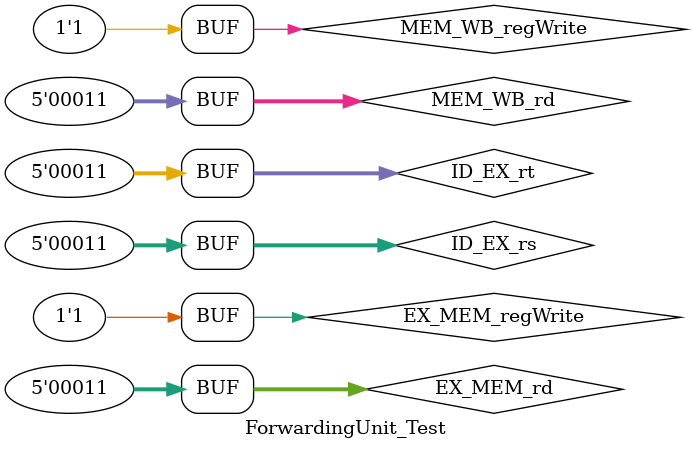
<source format=v>
module ForwardingUnit_Test;

    reg EX_MEM_regWrite;
    reg MEM_WB_regWrite;
    reg [4:0] ID_EX_rt;
    reg [4:0] ID_EX_rs;
    reg [4:0] EX_MEM_rd;
    reg [4:0] MEM_WB_rd;

    wire [1:0] ForwardA;
    wire [1:0] ForwardB;

    ForwardingUnit uut (
        .EX_MEM_regWrite(EX_MEM_regWrite),
        .MEM_WB_regWrite(MEM_WB_regWrite),
        .ID_EX_rt(ID_EX_rt),
        .ID_EX_rs(ID_EX_rs),
        .EX_MEM_rd(EX_MEM_rd),
        .MEM_WB_rd(MEM_WB_rd),
        .ForwardA(ForwardA),
        .ForwardB(ForwardB)
    );

    initial begin
        EX_MEM_regWrite = 0;
        MEM_WB_regWrite = 0;
        ID_EX_rt = 5'b00000;
        ID_EX_rs = 5'b00000;
        EX_MEM_rd = 5'b00000;
        MEM_WB_rd = 5'b00000;

        #5;
        
        EX_MEM_regWrite = 0;
        MEM_WB_regWrite = 0;
        ID_EX_rt = 5'b00001;
        ID_EX_rs = 5'b00010;
        EX_MEM_rd = 5'b00011;
        MEM_WB_rd = 5'b00100;
        #5;

        EX_MEM_regWrite = 1;
        MEM_WB_regWrite = 0;
        ID_EX_rs = 5'b00011;
        EX_MEM_rd = 5'b00011;
        #5;

        EX_MEM_regWrite = 0;
        MEM_WB_regWrite = 1;
        MEM_WB_rd = 5'b00011;
        #5;

        EX_MEM_regWrite = 1;
        MEM_WB_regWrite = 0;
        ID_EX_rt = 5'b00011;
        EX_MEM_rd = 5'b00011;
        #5;

        EX_MEM_regWrite = 0;
        MEM_WB_regWrite = 1;
        MEM_WB_rd = 5'b00011;
        #5;

        EX_MEM_regWrite = 1;
        MEM_WB_regWrite = 0;
        ID_EX_rs = 5'b00011;
        ID_EX_rt = 5'b00011;
        EX_MEM_rd = 5'b00011;
        #5;

        EX_MEM_regWrite = 0;
        MEM_WB_regWrite = 1;
        MEM_WB_rd = 5'b00011;
        #5;

        EX_MEM_regWrite = 1;
        MEM_WB_regWrite = 1;
        EX_MEM_rd = 5'b00000;
        MEM_WB_rd = 5'b00000;
        ID_EX_rs = 5'b00011;
        ID_EX_rt = 5'b00011;
        #5;
        
        EX_MEM_regWrite = 1;
        MEM_WB_regWrite = 1;
        EX_MEM_rd = 5'b00011;
        MEM_WB_rd = 5'b00011;
        ID_EX_rs = 5'b00011;
        ID_EX_rt = 5'b00011;
        #5;
    end
endmodule

</source>
